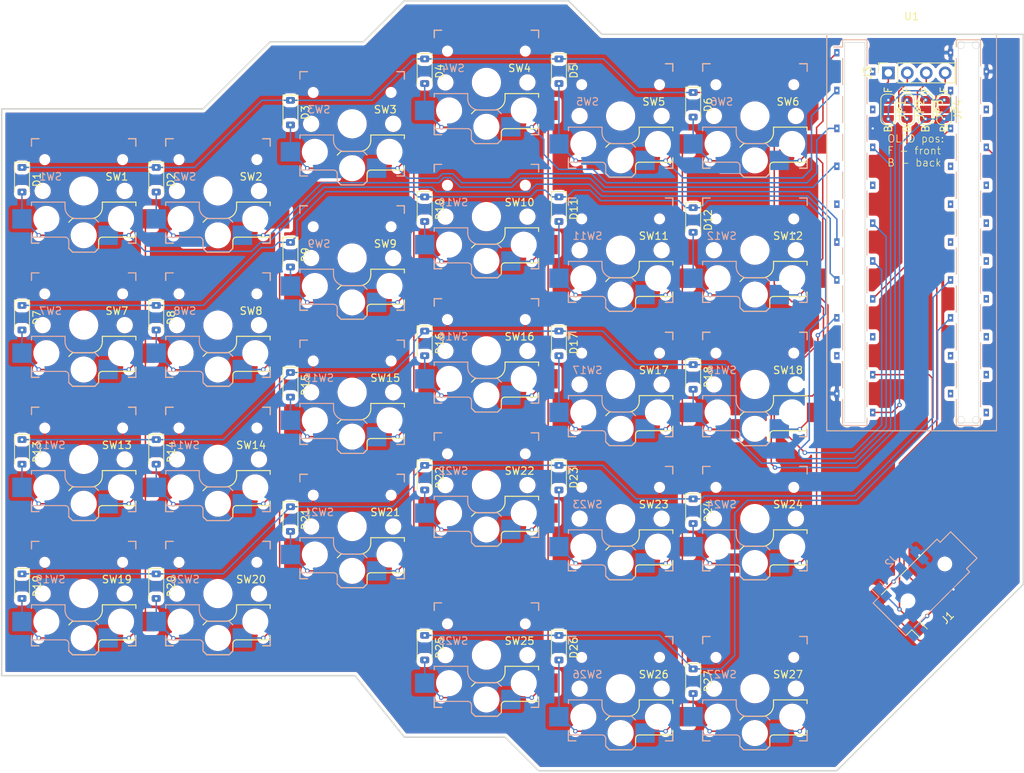
<source format=kicad_pcb>
(kicad_pcb (version 20240108) (generator "pcbnew") (generator_version "8.0")
  (layers (0 "F.Cu" signal) (31 "B.Cu" signal) (34 "B.Paste" user) (35 "F.Paste" user) (36 "B.SilkS" user "B.Silkscreen") (37 "F.SilkS" user "F.Silkscreen") (38 "B.Mask" user) (39 "F.Mask" user) (44 "Edge.Cuts" user))
  (net 0 "")
  (net 1 "Net-(D1-A)")
  (net 2 "/ROW0")
  (net 3 "Net-(D2-A)")
  (net 4 "Net-(D3-A)")
  (net 5 "Net-(D4-A)")
  (net 6 "Net-(D5-A)")
  (net 7 "Net-(D6-A)")
  (net 8 "/ROW1")
  (net 9 "Net-(D7-A)")
  (net 10 "Net-(D8-A)")
  (net 11 "Net-(D9-A)")
  (net 12 "Net-(D10-A)")
  (net 13 "Net-(D11-A)")
  (net 14 "Net-(D12-A)")
  (net 15 "/ROW2")
  (net 16 "Net-(D13-A)")
  (net 17 "Net-(D14-A)")
  (net 18 "Net-(D15-A)")
  (net 19 "Net-(D16-A)")
  (net 20 "Net-(D17-A)")
  (net 21 "Net-(D18-A)")
  (net 22 "Net-(D19-A)")
  (net 23 "/ROW3")
  (net 24 "Net-(D20-A)")
  (net 25 "Net-(D21-A)")
  (net 26 "Net-(D22-A)")
  (net 27 "Net-(D23-A)")
  (net 28 "Net-(D24-A)")
  (net 29 "Net-(D25-A)")
  (net 30 "Net-(D26-A)")
  (net 31 "Net-(D27-A)")
  (net 32 "/COL0")
  (net 33 "/COL1")
  (net 34 "/COL2")
  (net 35 "/COL3")
  (net 36 "/COL4")
  (net 37 "/COL5")
  (net 38 "GND")
  (net 39 "+5V")
  (net 40 "+3.3V")
  (net 41 "/ROW4")
  (net 42 "/TX")
  (net 43 "/RX")
  (net 44 "/OLED_P2")
  (net 45 "/OLED_P4")
  (net 46 "/OLED_P3")
  (net 47 "/OLED_P1")
  (net 48 "/OLED_SDA")
  (net 49 "/OLED_SCL")
  (footprint "cobalt-kb:D_SOD-123_Reversible" (layer "F.Cu") (at 32.225 48 -90)
    (property "Reference" "D1")
    (property "Value" "D")
  )
  (footprint "cobalt-kb:Kailh_Socket_PG1350_Reversible" (layer "F.Cu") (at 94.5 52.95)
    (property "Reference" "SW10")
    (property "Value" "SW_Push")
  )
  (footprint "cobalt-kb:D_SOD-123_Reversible" (layer "F.Cu") (at 104.225 51.95 -90)
    (property "Reference" "D11")
    (property "Value" "D")
  )
  (footprint "cobalt-kb:Kailh_Socket_PG1350_Reversible" (layer "F.Cu") (at 112.5 39.45)
    (property "Reference" "SW5")
    (property "Value" "SW_Push")
  )
  (footprint "cobalt-kb:D_SOD-123_Reversible" (layer "F.Cu") (at 86.225 110.75 -90)
    (property "Reference" "D25")
    (property "Value" "D")
  )
  (footprint "cobalt-kb:Kailh_Socket_PG1350_Reversible" (layer "F.Cu") (at 40.5 103.5)
    (property "Reference" "SW19")
    (property "Value" "SW_Push")
  )
  (footprint "cobalt-kb:Kailh_Socket_PG1350_Reversible" (layer "F.Cu") (at 130.5 57.45)
    (property "Reference" "SW12")
    (property "Value" "SW_Push")
  )
  (footprint "cobalt-kb:Kailh_Socket_PG1350_Reversible" (layer "F.Cu") (at 76.5 76.5)
    (property "Reference" "SW15")
    (property "Value" "SW_Push")
  )
  (footprint "cobalt-kb:D_SOD-123_Reversible" (layer "F.Cu") (at 122.225 53.4 -90)
    (property "Reference" "D12")
    (property "Value" "D")
  )
  (footprint "cobalt-kb:Kailh_Socket_PG1350_Reversible" (layer "F.Cu") (at 112.5 75.45)
    (property "Reference" "SW17")
    (property "Value" "SW_Push")
  )
  (footprint "cobalt-kb:Kailh_Socket_PG1350_Reversible" (layer "F.Cu") (at 130.5 39.45)
    (property "Reference" "SW6")
    (property "Value" "SW_Push")
  )
  (footprint "cobalt-kb:D_SOD-123_Reversible" (layer "F.Cu") (at 122.225 37.95 -90)
    (property "Reference" "D6")
    (property "Value" "D")
  )
  (footprint "cobalt-kb:Kailh_Socket_PG1350_Reversible" (layer "F.Cu") (at 112.5 93.45)
    (property "Reference" "SW23")
    (property "Value" "SW_Push")
  )
  (footprint "cobalt-kb:D_SOD-123_Reversible" (layer "F.Cu") (at 104.225 110.75 -90)
    (property "Reference" "D26")
    (property "Value" "D")
  )
  (footprint "cobalt-kb:Kailh_Socket_PG1350_Reversible" (layer "F.Cu") (at 76.5 58.5)
    (property "Reference" "SW9")
    (property "Value" "SW_Push")
  )
  (footprint "cobalt-kb:Kailh_Socket_PG1350_Reversible" (layer "F.Cu") (at 94.5 88.95)
    (property "Reference" "SW22")
    (property "Value" "SW_Push")
  )
  (footprint "cobalt-kb:D_SOD-123_Reversible" (layer "F.Cu") (at 122.225 74.45 -90)
    (property "Reference" "D18")
    (property "Value" "D")
  )
  (footprint "cobalt-kb:Kailh_Socket_PG1350_Reversible" (layer "F.Cu") (at 112.5 116.25)
    (property "Reference" "SW26")
    (property "Value" "SW_Push")
  )
  (footprint "cobalt-kb:D_SOD-123_Reversible" (layer "F.Cu") (at 68.225 58.05 -90)
    (property "Reference" "D9")
    (property "Value" "D")
  )
  (footprint "cobalt-kb:Kailh_Socket_PG1350_Reversible" (layer "F.Cu") (at 76.5 94.5)
    (property "Reference" "SW21")
    (property "Value" "SW_Push")
  )
  (footprint "cobalt-kb:D_SOD-123_Reversible" (layer "F.Cu") (at 86.225 33.45 -90)
    (property "Reference" "D4")
    (property "Value" "D")
  )
  (footprint "cobalt-kb:D_SOD-123_Reversible" (layer "F.Cu") (at 86.225 69.95 -90)
    (property "Reference" "D16")
    (property "Value" "D")
  )
  (footprint "cobalt-kb:D_SOD-123_Reversible" (layer "F.Cu") (at 122.225 115.25 -90)
    (property "Reference" "D27")
    (property "Value" "D")
  )
  (footprint "cobalt-kb:D_SOD-123_Reversible" (layer "F.Cu") (at 104.225 69.95 -90)
    (property "Reference" "D17")
    (property "Value" "D")
  )
  (footprint "cobalt-kb:Kailh_Socket_PG1350_Reversible" (layer "F.Cu") (at 58.5 49.5)
    (property "Reference" "SW2")
    (property "Value" "SW_Push")
  )
  (footprint "cobalt-kb:D_SOD-123_Reversible" (layer "F.Cu") (at 86.225 51.95 -90)
    (property "Reference" "D10")
    (property "Value" "D")
  )
  (footprint "cobalt-kb:D_SOD-123_Reversible" (layer "F.Cu") (at 104.225 87.95 -90)
    (property "Reference" "D23")
    (property "Value" "D")
  )
  (footprint "cobalt-kb:D_SOD-123_Reversible" (layer "F.Cu") (at 104.225 33.45 -90)
    (property "Reference" "D5")
    (property "Value" "D")
  )
  (footprint "cobalt-kb:SolderJumper-3_P1.3mm_Open_RoundedPad1.0x1.5mm_FrontBack" (layer "F.Cu") (at 150.89 38.575 -90)
    (property "Reference" "JP2")
    (property "Value" "SolderJumper_3_Open")
  )
  (footprint "cobalt-kb:D_SOD-123_Reversible" (layer "F.Cu") (at 122.225 92.45 -90)
    (property "Reference" "D24")
    (property "Value" "D")
  )
  (footprint "cobalt-kb:Kailh_Socket_PG1350_Reversible" (layer "F.Cu") (at 58.5 103.5)
    (property "Reference" "SW20")
    (property "Value" "SW_Push")
  )
  (footprint "cobalt-kb:SolderJumper-3_P1.3mm_Open_RoundedPad1.0x1.5mm_FrontBack" (layer "F.Cu") (at 155.89 38.575 -90)
    (property "Reference" "JP4")
    (property "Value" "SolderJumper_3_Open")
  )
  (footprint "cobalt-kb:Kailh_Socket_PG1350_Reversible" (layer "F.Cu") (at 112.5 57.45)
    (property "Reference" "SW11")
    (property "Value" "SW_Push")
  )
  (footprint "cobalt-kb:SolderJumper-3_P1.3mm_Open_RoundedPad1.0x1.5mm_FrontBack" (layer "F.Cu") (at 148.39 38.575 -90)
    (property "Reference" "JP1")
    (property "Value" "SolderJumper_3_Open")
  )
  (footprint "cobalt-kb:Kailh_Socket_PG1350_Reversible" (layer "F.Cu") (at 76.5 40.5)
    (property "Reference" "SW3")
    (property "Value" "SW_Push")
  )
  (footprint "Connector_PinSocket_2.54mm:PinSocket_1x04_P2.54mm_Vertical" (layer "F.Cu") (at 148.4 33.675 90)
    (property "Reference" "J3")
    (property "Value" "Conn_01x04_Socket")
  )
  (footprint "cobalt-kb:D_SOD-123_Reversible" (layer "F.Cu") (at 50.225 102.5 -90)
    (property "Reference" "D20")
    (property "Value" "D")
  )
  (footprint "cobalt-kb:Kailh_Socket_PG1350_Reversible" (layer "F.Cu") (at 94.5 34.95)
    (property "Reference" "SW4")
    (property "Value" "SW_Push")
  )
  (footprint "cobalt-kb:Kailh_Socket_PG1350_Reversible" (layer "F.Cu") (at 58.5 67.5)
    (property "Reference" "SW8")
    (property "Value" "SW_Push")
  )
  (footprint "cobalt-kb:D_SOD-123_Reversible" (layer "F.Cu") (at 68.225 75.5 -90)
    (property "Reference" "D15")
    (property "Value" "D")
  )
  (footprint "cobalt-kb:D_SOD-123_Reversible" (layer "F.Cu") (at 32.225 66.5 -90)
    (property "Reference" "D7")
    (property "Value" "D")
  )
  (footprint "cobalt-kb:D_SOD-123_Reversible" (layer "F.Cu") (at 68.225 93.5 -90)
    (property "Reference" "D21")
    (property "Value" "D")
  )
  (footprint "cobalt-kb:SolderJumper-3_P1.3mm_Open_RoundedPad1.0x1.5mm_FrontBack" (layer "F.Cu") (at 153.39 38.575 -90)
    (property "Reference" "JP3")
    (property "Value" "SolderJumper_3_Open")
  )
  (footprint "cobalt-kb:Kailh_Socket_PG1350_Reversible" (layer "F.Cu") (at 40.5 49.5)
    (property "Reference" "SW1")
    (property "Value" "SW_Push")
  )
  (footprint "cobalt-kb:Kailh_Socket_PG1350_Reversible" (layer "F.Cu") (at 130.5 75.45)
    (property "Reference" "SW18")
    (property "Value" "SW_Push")
  )
  (footprint "cobalt-kb:Kailh_Socket_PG1350_Reversible" (layer "F.Cu") (at 58.5 85.5)
    (property "Reference" "SW14")
    (property "Value" "SW_Push")
  )
  (footprint "cobalt-kb:D_SOD-123_Reversible" (layer "F.Cu") (at 32.225 84.5 -90)
    (property "Reference" "D13")
    (property "Value" "D")
  )
  (footprint "cobalt-kb:D_SOD-123_Reversible" (layer "F.Cu") (at 50.225 48 -90)
    (property "Reference" "D2")
    (property "Value" "D")
  )
  (footprint "cobalt-kb:Kailh_Socket_PG1350_Reversible" (layer "F.Cu") (at 94.5 70.95)
    (property "Reference" "SW16")
    (property "Value" "SW_Push")
  )
  (footprint "Connector_Audio:Jack_3.5mm_PJ320D_Horizontal" (layer "F.Cu") (at 152.6 102.9 -135)
    (property "Reference" "J1")
    (property "Value" "AudioJack4_Top")
  )
  (footprint "cobalt-kb:D_SOD-123_Reversible" (layer "F.Cu") (at 86.225 87.95 -90)
    (property "Reference" "D22")
    (property "Value" "D")
  )
  (footprint "cobalt-kb:D_SOD-123_Reversible" (layer "F.Cu") (at 32.225 102.5 -90)
    (property "Reference" "D19")
    (property "Value" "D")
  )
  (footprint "cobalt-kb:Kailh_Socket_PG1350_Reversible" (layer "F.Cu") (at 130.5 93.45)
    (property "Reference" "SW24")
    (property "Value" "SW_Push")
  )
  (footprint "cobalt-kb:D_SOD-123_Reversible" (layer "F.Cu") (at 50.225 84.5 -90)
    (property "Reference" "D14")
    (property "Value" "D")
  )
  (footprint "cobalt-kb:Kailh_Socket_PG1350_Reversible" (layer "F.Cu") (at 40.5 85.5)
    (property "Reference" "SW13")
    (property "Value" "SW_Push")
  )
  (footprint "cobalt-kb:BluePill_Socket_Simplified" (layer "F.Cu") (at 151.52 55.09)
    (property "Reference" "U1")
    (property "Value" "BluePill" (hide yes))
    (fp_line (start -8.99 -25.5) (end -6.25 -25.5) (stroke (width 0.05)) (layer "Edge.Cuts"))
    (fp_line (start -8.99 -25.5) (end -6.25 -25.5) (stroke (width 0.05)) (layer "Edge.Cuts"))
    (fp_line (start -8.99 25.5) (end -8.99 -25.5) (stroke (width 0.05)) (layer "Edge.Cuts"))
    (fp_line (start -8.99 25.5) (end -8.99 -25.5) (stroke (width 0.05)) (layer "Edge.Cuts"))
    (fp_line (start -6.25 -25.5) (end -6.25 25.5) (stroke (width 0.05)) (layer "Edge.Cuts"))
    (fp_line (start -6.25 -25.5) (end -6.25 25.5) (stroke (width 0.05)) (layer "Edge.Cuts"))
    (fp_line (start -6.25 25.5) (end -8.99 25.5) (stroke (width 0.05)) (layer "Edge.Cuts"))
    (fp_line (start -6.25 25.5) (end -8.99 25.5) (stroke (width 0.05)) (layer "Edge.Cuts"))
    (fp_line (start 6.25 -25.5) (end 8.99 -25.5) (stroke (width 0.05)) (layer "Edge.Cuts"))
    (fp_line (start 6.25 -25.5) (end 8.99 -25.5) (stroke (width 0.05)) (layer "Edge.Cuts"))
    (fp_line (start 6.25 25.5) (end 6.25 -25.5) (stroke (width 0.05)) (layer "Edge.Cuts"))
    (fp_line (start 6.25 25.5) (end 6.25 -25.5) (stroke (width 0.05)) (layer "Edge.Cuts"))
    (fp_line (start 8.99 -25.5) (end 8.99 25.5) (stroke (width 0.05)) (layer "Edge.Cuts"))
    (fp_line (start 8.99 -25.5) (end 8.99 25.5) (stroke (width 0.05)) (layer "Edge.Cuts"))
    (fp_line (start 8.99 25.5) (end 6.25 25.5) (stroke (width 0.05)) (layer "Edge.Cuts"))
    (fp_line (start 8.99 25.5) (end 6.25 25.5) (stroke (width 0.05)) (layer "Edge.Cuts"))
    (fp_circle (center 6.603553 -25.146447) (end 7.103553 -25.146447) (stroke (width 0.05)) (fill none) (layer "Edge.Cuts"))
    (fp_circle (center 6.603553 25.146447) (end 7.103553 25.146447) (stroke (width 0.05)) (fill none) (layer "Edge.Cuts"))
    (fp_circle (center 8.636447 -25.146447) (end 9.136447 -25.146447) (stroke (width 0.05)) (fill none) (layer "Edge.Cuts"))
    (fp_circle (center 8.636447 25.146447) (end 9.136447 25.146447) (stroke (width 0.05)) (fill none) (layer "Edge.Cuts"))
  )
  (footprint "cobalt-kb:Kailh_Socket_PG1350_Reversible" (layer "F.Cu") (at 40.5 67.5)
    (property "Reference" "SW7")
    (property "Value" "SW_Push")
  )
  (footprint "cobalt-kb:Kailh_Socket_PG1350_Reversible" (layer "F.Cu") (at 130.5 116.25)
    (property "Reference" "SW27")
    (property "Value" "SW_Push")
  )
  (footprint "cobalt-kb:D_SOD-123_Reversible" (layer "F.Cu") (at 50.225 66.5 -90)
    (property "Reference" "D8")
    (property "Value" "D")
  )
  (footprint "cobalt-kb:D_SOD-123_Reversible" (layer "F.Cu") (at 68.225 39 -90)
    (property "Reference" "D3")
    (property "Value" "D")
  )
  (footprint "cobalt-kb:Kailh_Socket_PG1350_Reversible" (layer "F.Cu") (at 94.5 111.75)
    (property "Reference" "SW25")
    (property "Value" "SW_Push")
  )
  (footprint "Connector_Audio:Jack_3.5mm_PJ320D_Horizontal" (layer "B.Cu") (at 152.6 102.9 -135)
    (property "Reference" "J2")
    (property "Value" "AudioJack4_Bot")
  )
  (gr_poly (pts (xy 29.5 114.5) (xy 29.5 38.5) (xy 56.5 38.5) (xy 65.5 29.5) (xy 78 29.5) (xy 83.5 24) (xy 105.5 24) (xy 110 28.5) (xy 166.5 28.5) (xy 166.5 102.25) (xy 141.5 127.25) (xy 101.5 127.25) (xy 97 122.75) (xy 83.5 122.75) (xy 76.88 114.5)) (stroke (width 0.2)) (fill none) (layer "Edge.Cuts"))
  (gr_text "OLED pos:\nF - front\nB - back" (at 148.2 46.3 0) (layer "F.SilkS") (effects (font (size 1 1) (thickness 0.1)) (justify left bottom)))
  (segment (start 37.225 55.45) (end 34.48 55.45) (width 0.2) (layer "F.Cu") (net 1))
  (via (at 34.48 55.45) (size 0.6) (drill 0.35) (layers "F.Cu" "B.Cu") (net 1))
  (segment (start 32.28 53.25) (end 34.48 55.45) (width 0.2) (layer "B.Cu") (net 1))
  (segment (start 32.225 52.75) (end 32.225 49.65) (width 0.2) (layer "B.Cu") (net 1))
  (segment (start 135.45 64.35) (end 138.85 64.35) (width 0.2) (layer "F.Cu") (net 2))
  (segment (start 122.225 36.3) (end 131.4 36.3) (width 0.2) (layer "F.Cu") (net 2))
  (segment (start 131.4 36.3) (end 133.1 38) (width 0.2) (layer "F.Cu") (net 2))
  (segment (start 133.1 62) (end 135.45 64.35) (width 0.2) (layer "F.Cu") (net 2))
  (segment (start 134.3 77) (end 133.1 78.2) (width 0.2) (layer "F.Cu") (net 2))
  (segment (start 133.1 78.2) (end 133.1 80.5) (width 0.2) (layer "F.Cu") (net 2))
  (segment (start 133.1 38) (end 133.1 62) (width 0.2) (layer "F.Cu") (net 2))
  (segment (start 139.7 65.2) (end 139.7 75.5) (width 0.2) (layer "F.Cu") (net 2))
  (segment (start 133.1 80.5) (end 137.2 84.6) (width 0.2) (layer "F.Cu") (net 2))
  (segment (start 138.85 64.35) (end 139.7 65.2) (width 0.2) (layer "F.Cu") (net 2))
  (segment (start 138.2 77) (end 134.3 77) (width 0.2) (layer "F.Cu") (net 2))
  (segment (start 139.7 75.5) (end 138.2 77) (width 0.2) (layer "F.Cu") (net 2))
  (via (at 137.2 84.6) (size 0.6) (drill 0.35) (layers "F.Cu" "B.Cu") (net 2))
  (segment (start 110.205 31.8) (end 114.705 36.3) (width 0.2) (layer "B.Cu") (net 2))
  (segment (start 137.2 84.6) (end 143.8 84.6) (width 0.2) (layer "B.Cu") (net 2))
  (segment (start 68.225 37.35) (end 79.18 37.35) (width 0.2) (layer "B.Cu") (net 2))
  (segment (start 84.73 31.8) (end 86.225 31.8) (width 0.2) (layer "B.Cu") (net 2))
  (segment (start 55.4 46.35) (end 64.4 37.35) (width 0.2) (layer "B.Cu") (net 2))
  (segment (start 147.5 60.1) (end 146.3 58.9) (width 0.2) (layer "B.Cu") (net 2))
  (segment (start 143.8 84.6) (end 147.5 80.9) (width 0.2) (layer "B.Cu") (net 2))
  (segment (start 147.5 80.9) (end 147.5 60.1) (width 0.2) (layer "B.Cu") (net 2))
  (segment (start 32.225 46.35) (end 50.225 46.35) (width 0.2) (layer "B.Cu") (net 2))
  (segment (start 50.225 46.35) (end 55.4 46.35) (width 0.2) (layer "B.Cu") (net 2))
  (segment (start 86.225 31.8) (end 104.225 31.8) (width 0.2) (layer "B.Cu") (net 2))
  (segment (start 114.705 36.3) (end 122.225 36.3) (width 0.2) (layer "B.Cu") (net 2))
  (segment (start 79.18 37.35) (end 84.73 31.8) (width 0.2) (layer "B.Cu") (net 2))
  (segment (start 64.4 37.35) (end 68.225 37.35) (width 0.2) (layer "B.Cu") (net 2))
  (segment (start 104.225 31.8) (end 110.205 31.8) (width 0.2) (layer "B.Cu") (net 2))
  (segment (start 55.275 55.5) (end 52.53 55.5) (width 0.2) (layer "F.Cu") (net 3))
  (via (at 52.53 55.5) (size 0.6) (drill 0.35) (layers "F.Cu" "B.Cu") (net 3))
  (segment (start 50.33 53.3) (end 52.53 55.5) (width 0.2) (layer "B.Cu") (net 3))
  (segment (start 50.225 53.25) (end 50.225 50.15) (width 0.2) (layer "B.Cu") (net 3))
  (segment (start 73.225 46.45) (end 70.48 46.45) (width 0.2) (layer "F.Cu") (net 4))
  (via (at 70.48 46.45) (size 0.6) (drill 0.35) (layers "F.Cu" "B.Cu") (net 4))
  (segment (start 68.28 44.25) (end 70.48 46.45) (width 0.2) (layer "B.Cu") (net 4))
  (segment (start 68.225 44.25) (end 68.225 41.15) (width 0.2) (layer "B.Cu") (net 4))
  (segment (start 91.225 40.95) (end 88.48 40.95) (width 0.2) (layer "F.Cu") (net 5))
  (via (at 88.48 40.95) (size 0.6) (drill 0.35) (layers "F.Cu" "B.Cu") (net 5))
  (segment (start 86.225 38.7) (end 86.225 35.6) (width 0.2) (layer "B.Cu") (net 5))
  (segment (start 86.28 38.75) (end 88.48 40.95) (width 0.2) (layer "B.Cu") (net 5))
  (segment (start 109.225 45.45) (end 106.48 45.45) (width 0.2) (layer "F.Cu") (net 6))
  (via (at 106.48 45.45) (size 0.6) (drill 0.35) (layers "F.Cu" "B.Cu") (net 6))
  (segment (start 104.225 43.2) (end 104.225 35.6) (width 0.2) (layer "B.Cu") (net 6))
  (segment (start 104.28 43.25) (end 106.48 45.45) (width 0.2) (layer "B.Cu") (net 6))
  (segment (start 127.225 45.45) (end 124.48 45.45) (width 0.2) (layer "F.Cu") (net 7))
  (via (at 124.48 45.45) (size 0.6) (drill 0.35) (layers "F.Cu" "B.Cu") (net 7))
  (segment (start 122.225 43.2) (end 122.225 40.1) (width 0.2) (layer "B.Cu") (net 7))
  (segment (start 122.28 43.25) (end 124.48 45.45) (width 0.2) (layer "B.Cu") (net 7))
  (segment (start 108.4 49.4) (end 106.2 49.4) (width 0.2) (layer "B.Cu") (net 8))
  (segment (start 73 49.6) (end 69.1 53.5) (width 0.2) (layer "B.Cu") (net 8))
  (segment (start 136.4 84.3) (end 137.8 82.9) (width 0.2) (layer "B.Cu") (net 8))
  (segment (start 69.1 55.525) (end 69.1 53.5) (width 0.2) (layer "B.Cu") (net 8))
  (segment (start 105.3 50.3) (end 104.225 50.3) (width 0.2) (layer "B.Cu") (net 8))
  (segment (start 136.4 84.9) (end 136.4 84.3) (width 0.2) (layer "B.Cu") (net 8))
  (segment (start 146.3 53.82) (end 148.1 55.62) (width 0.2) (layer "B.Cu") (net 8))
  (segment (start 56.55 64.85) (end 50.225 64.85) (width 0.2) (layer "B.Cu") (net 8))
  (segment (start 124.2 50.8) (end 123.25 51.75) (width 0.2) (layer "B.Cu") (net 8))
  (segment (start 64.3 57.1) (end 56.55 64.85) (width 0.2) (layer "B.Cu") (net 8))
  (segment (start 68.225 56.4) (end 66.6 56.4) (width 0.2) (layer "B.Cu") (net 8))
  (segment (start 86.225 50.3) (end 85.3 50.3) (width 0.2) (layer "B.Cu") (net 8))
  (segment (start 106.2 49.4) (end 105.3 50.3) (width 0.2) (layer "B.Cu") (net 8))
  (segment (start 120.55 51.05) (end 121.25 51.75) (width 0.2) (layer "B.Cu") (net 8))
  (segment (start 120.55 51.05) (end 120.3 50.8) (width 0.2) (layer "B.Cu") (net 8))
  (segment (start 101.3 49.4) (end 102.4 49.4) (width 0.2) (layer "B.Cu") (net 8))
  (segment (start 109.8 50.8) (end 108.4 49.4) (width 0.2) (layer "B.Cu") (net 8))
  (segment (start 86.225 50.3) (end 100.4 50.3) (width 0.2) (layer "B.Cu") (net 8))
  (segment (start 102.4 49.4) (end 103.3 50.3) (width 0.2) (layer "B.Cu") (net 8))
  (segment (start 148.1 55.62) (end 148.1 81.1) (width 0.2) (layer "B.Cu") (net 8))
  (segment (start 103.3 50.3) (end 104.225 50.3) (width 0.2) (layer "B.Cu") (net 8))
  (segment (start 85.3 50.3) (end 84.6 49.6) (width 0.2) (layer "B.Cu") (net 8))
  (segment (start 68.225 56.4) (end 69.1 55.525) (width 0.2) (layer "B.Cu") (net 8))
  (segment (start 143.8 85.4) (end 136.9 85.4) (width 0.2) (layer "B.Cu") (net 8))
  (segment (start 136.9 85.4) (end 136.4 84.9) (width 0.2) (layer "B.Cu") (net 8))
  (segment (start 65.9 57.1) (end 64.3 57.1) (width 0.2) (layer "B.Cu") (net 8))
  (segment (start 137.4 50.8) (end 124.2 50.8) (width 0.2) (layer "B.Cu") (net 8))
  (segment (start 137.8 68.2) (end 140 66) (width 0.2) (layer "B.Cu") (net 8))
  (segment (start 120.3 50.8) (end 109.8 50.8) (width 0.2) (layer "B.Cu") (net 8))
  (segment (start 140 53.4) (end 137.4 50.8) (width 0.2) (layer "B.Cu") (net 8))
  (segment (start 137.8 82.9) (end 137.8 68.2) (width 0.2) (layer "B.Cu") (net 8))
  (segment (start 100.4 50.3) (end 101.3 49.4) (width 0.2) (layer "B.Cu") (net 8))
  (segment (start 123.25 51.75) (end 122.225 51.75) (width 0.2) (layer "B.Cu") (net 8))
  (segment (start 148.1 81.1) (end 143.8 85.4) (width 0.2) (layer "B.Cu") (net 8))
  (segment (start 140 66) (end 140 53.4) (width 0.2) (layer "B.Cu") (net 8))
  (segment (start 121.25 51.75) (end 122.225 51.75) (width 0.2) (layer "B.Cu") (net 8))
  (segment (start 32.225 64.85) (end 50.225 64.85) (width 0.2) (layer "B.Cu") (net 8))
  (segment (start 66.6 56.4) (end 65.9 57.1) (width 0.2) (layer "B.Cu") (net 8))
  (segment (start 84.6 49.6) (end 73 49.6) (width 0.2) (layer "B.Cu") (net 8))
  (segment (start 37.225 73.45) (end 34.48 73.45) (width 0.2) (layer "F.Cu") (net 9))
  (via (at 34.48 73.45) (size 0.6) (drill 0.35) (layers "F.Cu" "B.Cu") (net 9))
  (segment (start 32.28 71.25) (end 34.48 73.45) (width 0.2) (layer "B.Cu") (net 9))
  (segment (start 32.225 71.25) (end 32.225 68.15) (width 0.2) (layer "B.Cu") (net 9))
  (segment (start 55.275 73.5) (end 52.53 73.5) (width 0.2) (layer "F.Cu") (net 10))
  (via (at 52.53 73.5) (size 0.6) (drill 0.35) (layers "F.Cu" "B.Cu") (net 10))
  (segment (start 50.225 71.25) (end 50.225 68.15) (width 0.2) (layer "B.Cu") (net 10))
  (segment (start 50.33 71.3) (end 52.53 73.5) (width 0.2) (layer "B.Cu") (net 10))
  (segment (start 73.225 64.45) (end 70.48 64.45) (width 0.2) (layer "F.Cu") (net 11))
  (via (at 70.48 64.45) (size 0.6) (drill 0.35) (layers "F.Cu" "B.Cu") (net 11))
  (segment (start 68.28 62.25) (end 70.48 64.45) (width 0.2) (layer "B.Cu") (net 11))
  (segment (start 68.225 62.25) (end 68.225 59.7) (width 0.2) (layer "B.Cu") (net 11))
  (segment (start 91.225 58.95) (end 88.48 58.95) (width 0.2) (layer "F.Cu") (net 12))
  (via (at 88.48 58.95) (size 0.6) (drill 0.35) (layers "F.Cu" "B.Cu") (net 12))
  (segment (start 86.28 56.75) (end 88.48 58.95) (width 0.2) (layer "B.Cu") (net 12))
  (segment (start 86.225 56.7) (end 86.225 53.6) (width 0.2) (layer "B.Cu") (net 12))
  (segment (start 109.225 63.45) (end 106.48 63.45) (width 0.2) (layer "F.Cu") (net 13))
  (via (at 106.48 63.45) (size 0.6) (drill 0.35) (layers "F.Cu" "B.Cu") (net 13))
  (segment (start 104.225 61.2) (end 104.225 53.6) (width 0.2) (layer "B.Cu") (net 13))
  (segment (start 104.28 61.25) (end 106.48 63.45) (width 0.2) (layer "B.Cu") (net 13))
  (segment (start 127.225 63.45) (end 124.48 63.45) (width 0.2) (layer "F.Cu") (net 14))
  (via (at 124.48 63.45) (size 0.6) (drill 0.35) (layers "F.Cu" "B.Cu") (net 14))
  (segment (start 122.28 61.25) (end 124.48 63.45) (width 0.2) (layer "B.Cu") (net 14))
  (segment (start 122.225 61.2) (end 122.225 55.05) (width 0.2) (layer "B.Cu") (net 14))
  (segment (start 127.9 74.2) (end 126.5 72.8) (width 0.2) (layer "B.Cu") (net 15))
  (segment (start 32.225 82.85) (end 50.225 82.85) (width 0.2) (layer "B.Cu") (net 15))
  (segment (start 146.3 43.66) (end 148.7 46.06) (width 0.2) (layer "B.Cu") (net 15))
  (segment (start 81.93 73.85) (end 84.8 70.98) (width 0.2) (layer "B.Cu") (net 15))
  (segment (start 50.225 82.85) (end 59.225 82.85) (width 0.2) (layer "B.Cu") (net 15))
  (segment (start 122.225 72.8) (end 114.58 72.8) (width 0.2) (layer "B.Cu") (net 15))
  (segment (start 84.8 70.98) (end 84.8 69.725) (width 0.2) (layer "B.Cu") (net 15))
  (segment (start 68.225 73.85) (end 81.93 73.85) (width 0.2) (layer "B.Cu") (net 15))
  (segment (start 126.5 72.8) (end 122.225 72.8) (width 0.2) (layer "B.Cu") (net 15))
  (segment (start 86.225 68.3) (end 104.225 68.3) (width 0.2) (layer "B.Cu") (net 15))
  (segment (start 144 86) (end 131.4 86) (width 0.2) (layer "B.Cu") (net 15))
  (segment (start 59.225 82.85) (end 68.225 73.85) (width 0.2) (layer "B.Cu") (net 15))
  (segment (start 148.7 81.3) (end 144 86) (width 0.2) (layer "B.Cu") (net 15))
  (segment (start 131.4 86) (end 127.9 82.5) (width 0.2) (layer "B.Cu") (net 15))
  (segment (start 104.225 68.3) (end 110.08 68.3) (width 0.2) (layer "B.Cu") (net 15))
  (segment (start 127.9 82.5) (end 127.9 74.2) (width 0.2) (layer "B.Cu") (net 15))
  (segment (start 110.08 68.3) (end 114.58 72.8) (width 0.2) (layer "B.Cu") (net 15))
  (segment (start 84.8 69.725) (end 86.225 68.3) (width 0.2) (layer "B.Cu") (net 15))
  (segment (start 148.7 46.06) (end 148.7 81.3) (width 0.2) (layer "B.Cu") (net 15))
  (segment (start 37.225 91.45) (end 34.48 91.45) (width 0.2) (layer "F.Cu") (net 16))
  (via (at 34.48 91.45) (size 0.6) (drill 0.35) (layers "F.Cu" "B.Cu") (net 16))
  (segment (start 32.28 89.25) (end 34.48 91.45) (width 0.2) (layer "B.Cu") (net 16))
  (segment (start 32.225 89.25) (end 32.225 86.15) (width 0.2) (layer "B.Cu") (net 16))
  (segment (start 55.275 91.5) (end 52.53 91.5) (width 0.2) (layer "F.Cu") (net 17))
  (via (at 52.53 91.5) (size 0.6) (drill 0.35) (layers "F.Cu" "B.Cu") (net 17))
  (segment (start 50.225 89.25) (end 50.225 86.15) (width 0.2) (layer "B.Cu") (net 17))
  (segment (start 50.33 89.3) (end 52.53 91.5) (width 0.2) (layer "B.Cu") (net 17))
  (segment (start 73.225 82.45) (end 70.48 82.45) (width 0.2) (layer "F.Cu") (net 18))
  (via (at 70.48 82.45) (size 0.6) (drill 0.35) (layers "F.Cu" "B.Cu") (net 18))
  (segment (start 68.225 80.25) (end 68.225 77.15) (width 0.2) (layer "B.Cu") (net 18))
  (segment (start 68.28 80.25) (end 70.48 82.45) (width 0.2) (layer "B.Cu") (net 18))
  (segment (start 91.225 76.95) (end 88.48 76.95) (width 0.2) (layer "F.Cu") (net 19))
  (via (at 88.48 76.95) (size 0.6) (drill 0.35) (layers "F.Cu" "B.Cu") (net 19))
  (segment (start 86.225 74.7) (end 86.225 71.6) (width 0.2) (layer "B.Cu") (net 19))
  (segment (start 86.28 74.75) (end 88.48 76.95) (width 0.2) (layer "B.Cu") (net 19))
  (segment (start 109.225 81.45) (end 106.48 81.45) (width 0.2) (layer "F.Cu") (net 20))
  (via (at 106.48 81.45) (size 0.6) (drill 0.35) (layers "F.Cu" "B.Cu") (net 20))
  (segment (start 104.225 79.2) (end 104.225 71.6) (width 0.2) (layer "B.Cu") (net 20))
  (segment (start 104.28 79.25) (end 106.48 81.45) (width 0.2) (layer "B.Cu") (net 20))
  (segment (start 127.225 81.45) (end 124.48 81.45) (width 0.2) (layer "F.Cu") (net 21))
  (via (at 124.48 81.45) (size 0.6) (drill 0.35) (layers "F.Cu" "B.Cu") (net 21))
  (segment (start 122.225 79.2) (end 122.225 76.1) (width 0.2) (layer "B.Cu") (net 21))
  (segment (start 122.28 79.25) (end 124.48 81.45) (width 0.2) (layer "B.Cu") (net 21))
  (segment (start 37.225 109.45) (end 34.48 109.45) (width 0.2) (layer "F.Cu") (net 22))
  (via (at 34.48 109.45) (size 0.6) (drill 0.35) (layers "F.Cu" "B.Cu") (net 22))
  (segment (start 32.225 107.25) (end 32.225 104.15) (width 0.2) (layer "B.Cu") (net 22))
  (segment (start 32.28 107.25) (end 34.48 109.45) (width 0.2) (layer "B.Cu") (net 22))
  (segment (start 59.225 100.85) (end 68.225 91.85) (width 0.2) (layer "B.Cu") (net 23))
  (segment (start 122.225 90.8) (end 123.3 90.8) (width 0.2) (layer "B.Cu") (net 23))
  (segment (start 154.4 79.85) (end 154.4 63.78) (width 0.2) (layer "B.Cu") (net 23))
  (segment (start 143.85 90.4) (end 154.4 79.85) (width 0.2) (layer "B.Cu") (net 23))
  (segment (start 81.93 91.85) (end 84.79 88.99) (width 0.2) (layer "B.Cu") (net 23))
  (segment (start 122.225 90.8) (end 114.58 90.8) (width 0.2) (layer "B.Cu") (net 23))
  (segment (start 50.225 100.85) (end 59.225 100.85) (width 0.2) (layer "B.Cu") (net 23))
  (segment (start 84.79 87.735) (end 86.225 86.3) (width 0.2) (layer "B.Cu") (net 23))
  (segment (start 123.7 90.4) (end 143.85 90.4) (width 0.2) (layer "B.Cu") (net 23))
  (segment (start 154.4 63.78) (end 156.74 61.44) (width 0.2) (layer "B.Cu") (net 23))
  (segment (start 84.79 88.99) (end 84.79 87.735) (width 0.2) (layer "B.Cu") (net 23))
  (segment (start 104.225 86.3) (end 110.08 86.3) (width 0.2) (layer "B.Cu") (net 23))
  (segment (start 110.08 86.3) (end 114.58 90.8) (width 0.2) (layer "B.Cu") (net 23))
  (segment (start 68.225 91.85) (end 81.93 91.85) (width 0.2) (layer "B.Cu") (net 23))
  (segment (start 86.225 86.3) (end 104.225 86.3) (width 0.2) (layer "B.Cu") (net 23))
  (segment (start 32.225 100.85) (end 50.225 100.85) (width 0.2) (layer "B.Cu") (net 23))
  (segment (start 123.3 90.8) (end 123.7 90.4) (width 0.2) (layer "B.Cu") (net 23))
  (segment (start 55.275 109.5) (end 52.53 109.5) (width 0.2) (layer "F.Cu") (net 24))
  (via (at 52.53 109.5) (size 0.6) (drill 0.35) (layers "F.Cu" "B.Cu") (net 24))
  (segment (start 50.225 107.25) (end 50.225 104.15) (width 0.2) (layer "B.Cu") (net 24))
  (segment (start 50.33 107.3) (end 52.53 109.5) (width 0.2) (layer "B.Cu") (net 24))
  (segment (start 73.225 100.45) (end 70.48 100.45) (width 0.2) (layer "F.Cu") (net 25))
  (via (at 70.48 100.45) (size 0.6) (drill 0.35) (layers "F.Cu" "B.Cu") (net 25))
  (segment (start 68.225 98.25) (end 68.225 95.15) (width 0.2) (layer "B.Cu") (net 25))
  (segment (start 68.28 98.25) (end 70.48 100.45) (width 0.2) (layer "B.Cu") (net 25))
  (segment (start 91.225 94.95) (end 88.48 94.95) (width 0.2) (layer "F.Cu") (net 26))
  (via (at 88.48 94.95) (size 0.6) (drill 0.35) (layers "F.Cu" "B.Cu") (net 26))
  (segment (start 86.28 92.75) (end 88.48 94.95) (width 0.2) (layer "B.Cu") (net 26))
  (segment (start 86.225 92.7) (end 86.225 89.6) (width 0.2) (layer "B.Cu") (net 26))
  (segment (start 109.225 99.45) (end 106.48 99.45) (width 0.2) (layer "F.Cu") (net 27))
  (via (at 106.48 99.45) (size 0.6) (drill 0.35) (layers "F.Cu" "B.Cu") (net 27))
  (segment (start 104.225 97.2) (end 104.225 89.6) (width 0.2) (layer "B.Cu") (net 27))
  (segment (start 104.28 97.25) (end 106.48 99.45) (width 0.2) (layer "B.Cu") (net 27))
  (segment (start 127.225 99.45) (end 124.48 99.45) (width 0.2) (layer "F.Cu") (net 28))
  (via (at 124.48 99.45) (size 0.6) (drill 0.35) (layers "F.Cu" "B.Cu") (net 28))
  (segment (start 122.28 97.25) (end 124.48 99.45) (width 0.2) (layer "B.Cu") (net 28))
  (segment (start 122.225 97.2) (end 122.225 94.1) (width 0.2) (layer "B.Cu") (net 28))
  (segment (start 91.18 117.45) (end 88.435 117.45) (width 0.2) (layer "F.Cu") (net 29))
  (via (at 88.435 117.45) (size 0.6) (drill 0.35) (layers "F.Cu" "B.Cu") (net 29))
  (segment (start 86.225 115.5) (end 86.225 112.4) (width 0.2) (layer "B.Cu") (net 29))
  (segment (start 86.235 115.25) (end 88.435 117.45) (width 0.2) (layer "B.Cu") (net 29))
  (segment (start 109.18 121.95) (end 106.435 121.95) (width 0.2) (layer "F.Cu") (net 30))
  (via (at 106.435 121.95) (size 0.6) (drill 0.35) (layers "F.Cu" "B.Cu") (net 30))
  (segment (start 104.235 119.75) (end 106.435 121.95) (width 0.2) (layer "B.Cu") (net 30))
  (segment (start 104.225 120) (end 104.225 112.4) (width 0.2) (layer "B.Cu") (net 30))
  (segment (start 127.18 121.95) (end 124.435 121.95) (width 0.2) (layer "F.Cu") (net 31))
  (via (at 124.435 121.95) (size 0.6) (drill 0.35) (layers "F.Cu" "B.Cu") (net 31))
  (segment (start 122.235 119.75) (end 124.435 121.95) (width 0.2) (layer "B.Cu") (net 31))
  (segment (start 122.225 120) (end 122.225 116.9) (width 0.2) (layer "B.Cu") (net 31))
  (segment (start 48.7525 53.25) (end 46.5525 55.45) (width 0.2) (layer "F.Cu") (net 32))
  (segment (start 48.775 53.25) (end 48.775 71.25) (width 0.2) (layer "F.Cu") (net 32))
  (segment (start 48.775 71.25) (end 48.775 89.25) (width 0.2) (layer "F.Cu") (net 32))
  (segment (start 48.7525 71.25) (end 46.5525 73.45) (width 0.2) (layer "F.Cu") (net 32))
  (segment (start 48.7525 107.25) (end 46.5525 109.45) (width 0.2) (layer "F.Cu") (net 32))
  (segment (start 48.7525 89.25) (end 46.5525 91.45) (width 0.2) (layer "F.Cu") (net 32))
  (segment (start 48.775 89.25) (end 48.775 107.25) (width 0.2) (layer "F.Cu") (net 32))
  (via (at 46.5525 91.45) (size 0.6) (drill 0.35) (layers "F.Cu" "B.Cu") (net 32))
  (via (at 46.5525 109.45) (size 0.6) (drill 0.35) (layers "F.Cu" "B.Cu") (net 32))
  (via (at 46.5525 55.45) (size 0.6) (drill 0.35) (layers "F.Cu" "B.Cu") (net 32))
  (via (at 46.5525 73.45) (size 0.6) (drill 0.35) (layers "F.Cu" "B.Cu") (net 32))
  (segment (start 87.2 49) (end 72.7 49) (width 0.2) (layer "B.Cu") (net 32))
  (segment (start 64.2 56.4) (end 63 57.6) (width 0.2) (layer "B.Cu") (net 32))
  (segment (start 140.6 60.54) (end 140.6 53.2) (width 0.2) (layer "B.Cu") (net 32))
  (segment (start 108.35 48.6) (end 101.2 48.6) (width 0.2) (layer "B.Cu") (net 32))
  (segment (start 63 57.6) (end 48.7025 57.6) (width 0.2) (layer "B.Cu") (net 32))
  (segment (start 100.2 49.6) (end 87.8 49.6) (width 0.2) (layer "B.Cu") (net 32))
  (segment (start 87.8 49.6) (end 87.2 49) (width 0.2) (layer "B.Cu") (net 32))
  (segment (start 43.8075 73.45) (end 46.5525 73.45) (width 0.2) (layer "B.Cu") (net 32))
  (segment (start 43.8075 109.45) (end 46.5525 109.45) (width 0.2) (layer "B.Cu") (net 32))
  (segment (start 141.5 61.44) (end 140.6 60.54) (width 0.2) (layer "B.Cu") (net 32))
  (segment (start 109.95 50.2) (end 108.35 48.6) (width 0.2) (layer "B.Cu") (net 32))
  (segment (start 137.6 50.2) (end 109.95 50.2) (width 0.2) (layer "B.Cu") (net 32))
  (segment (start 72.7 49) (end 65.3 56.4) (width 0.2) (layer "B.Cu") (net 32))
  (segment (start 43.8075 91.45) (end 46.5525 91.45) (width 0.2) (layer "B.Cu") (net 32))
  (segment (start 140.6 53.2) (end 137.6 50.2) (width 0.2) (layer "B.Cu") (net 32))
  (segment (start 101.2 48.6) (end 100.2 49.6) (width 0.2) (layer "B.Cu") (net 32))
  (segment (start 65.3 56.4) (end 64.2 56.4) (width 0.2) (layer "B.Cu") (net 32))
  (segment (start 43.8075 55.45) (end 46.5525 55.45) (width 0.2) (layer "B.Cu") (net 32))
  (segment (start 48.7025 57.6) (end 46.5525 55.45) (width 0.2) (layer "B.Cu") (net 32))
  (segment (start 66.78 89.25) (end 64.58 91.45) (width 0.2) (layer "F.Cu") (net 33))
  (segment (start 66.78 107.25) (end 64.58 109.45) (width 0.2) (layer "F.Cu") (net 33))
  (segment (start 66.775 89.25) (end 66.775 107.25) (width 0.2) (layer "F.Cu") (net 33))
  (segment (start 66.775 71.25) (end 66.775 89.25) (width 0.2) (layer "F.Cu") (net 33))
  (segment (start 66.78 71.25) (end 64.58 73.45) (width 0.2) (layer "F.Cu") (net 33))
  (segment (start 66.78 53.25) (end 64.58 55.45) (width 0.2) (layer "F.Cu") (net 33))
  (segment (start 66.775 53.25) (end 66.775 71.25) (width 0.2) (layer "F.Cu") (net 33))
  (via (at 64.58 55.45) (size 0.6) (drill 0.35) (layers "F.Cu" "B.Cu") (net 33))
  (via (at 64.58 91.45) (size 0.6) (drill 0.35) (layers "F.Cu" "B.Cu") (net 33))
  (via (at 64.58 73.45) (size 0.6) (drill 0.35) (layers "F.Cu" "B.Cu") (net 33))
  (via (at 64.58 109.45) (size 0.6) (drill 0.35) (layers "F.Cu" "B.Cu") (net 33))
  (segment (start 65.4 55.45) (end 72.45 48.4) (width 0.2) (layer "B.Cu") (net 33))
  (segment (start 141.5 53.3) (end 141.5 56.36) (width 0.2) (layer "B.Cu") (net 33))
  (segment (start 61.835 55.45) (end 64.58 55.45) (width 0.2) (layer "B.Cu") (net 33))
  (segment (start 97.915 49) (end 99.115 47.8) (width 0.2) (layer "B.Cu") (net 33))
  (segment (start 89.715 47.715) (end 91 49) (width 0.2) (layer "B.Cu") (net 33))
  (segment (start 88.8 47.715) (end 89.715 47.715) (width 0.2) (layer "B.Cu") (net 33))
  (segment (start 108.4 47.8) (end 110.2 49.6) (width 0.2) (layer "B.Cu") (net 33))
  (segment (start 61.835 91.45) (end 64.58 91.45) (width 0.2) (layer "B.Cu") (net 33))
  (segment (start 137.8 49.6) (end 141.5 53.3) (width 0.2) (layer "B.Cu") (net 33))
  (segment (start 61.835 109.45) (end 64.58 109.45) (width 0.2) (layer "B.Cu") (net 33))
  (segment (start 64.58 55.45) (end 65.4 55.45) (width 0.2) (layer "B.Cu") (net 33))
  (segment (start 99.115 47.8) (end 108.4 47.8) (width 0.2) (layer "B.Cu") (net 33))
  (segment (start 61.835 73.45) (end 64.58 73.45) (width 0.2) (layer "B.Cu") (net 33))
  (segment (start 110.2 49.6) (end 137.8 49.6) (width 0.2) (layer "B.Cu") (net 33))
  (segment (start 72.45 48.4) (end 88.115 48.4) (width 0.2) (layer "B.Cu") (net 33))
  (segment (start 88.115 48.4) (end 88.8 47.715) (width 0.2) (layer "B.Cu") (net 33))
  (segment (start 91 49) (end 97.915 49) (width 0.2) (layer "B.Cu") (net 33))
  (segment (start 84.775 62.25) (end 84.775 80.25) (width 0.2) (layer "F.Cu") (net 34))
  (segment (start 84.775 44.25) (end 84.775 62.25) (width 0.2) (layer "F.Cu") (net 34))
  (segment (start 84.78 80.25) (end 82.58 82.45) (width 0.2) (layer "F.Cu") (net 34))
  (segment (start 84.78 44.25) (end 82.58 46.45) (width 0.2) (layer "F.Cu") (net 34))
  (segment (start 84.775 80.25) (end 84.775 98.25) (width 0.2) (layer "F.Cu") (net 34))
  (segment (start 84.78 98.25) (end 82.58 100.45) (width 0.2) (layer "F.Cu") (net 34))
  (segment (start 84.78 62.25) (end 82.58 64.45) (width 0.2) (layer "F.Cu") (net 34))
  (via (at 82.58 46.45) (size 0.6) (drill 0.35) (layers "F.Cu" "B.Cu") (net 34))
  (via (at 82.58 100.45) (size 0.6) (drill 0.35) (layers "F.Cu" "B.Cu") (net 34))
  (via (at 82.58 64.45) (size 0.6) (drill 0.35) (layers "F.Cu" "B.Cu") (net 34))
  (via (at 82.58 82.45) (size 0.6) (drill 0.35) (layers "F.Cu" "B.Cu") (net 34))
  (segment (start 79.835 46.45) (end 82.58 46.45) (width 0.2) (layer "B.Cu") (net 34))
  (segment (start 79.835 100.45) (end 82.58 100.45) (width 0.2) (layer "B.Cu") (net 34))
  (segment (start 79.835 64.45) (end 82.58 64.45) (width 0.2) (layer "B.Cu") (net 34))
  (segment (start 138.4 49) (end 138.3 49) (width 0.2) (layer "B.Cu") (net 34))
  (segment (start 110.3875 49) (end 108.5875 47.2) (width 0.2) (layer "B.Cu") (net 34))
  (segment (start 88.6 47.2) (end 88 47.8) (width 0.2) (layer "B.Cu") (net 34))
  (segment (start 138.3 49) (end 141.1 46.2) (width 0.2) (layer "B.Cu") (net 34))
  (segment (start 79.835 82.45) (end 82.58 82.45) (width 0.2) (layer "B.Cu") (net 34))
  (segment (start 108.5875 47.2) (end 99 47.2) (width 0.2) (layer "B.Cu") (net 34))
  (segment (start 90 47.2) (end 88.6 47.2) (width 0.2) (layer "B.Cu") (net 34))
  (segment (start 97.8 48.4) (end 91.2 48.4) (width 0.2) (layer "B.Cu") (net 34))
  (segment (start 99 47.2) (end 97.8 48.4) (width 0.2) (layer "B.Cu") (net 34))
  (segment (start 138.3 49) (end 110.3875 49) (width 0.2) (layer "B.Cu") (net 34))
  (segment (start 141.1 46.2) (end 141.5 46.2) (width 0.2) (layer "B.Cu") (net 34))
  (segment (start 83.93 47.8) (end 82.58 46.45) (width 0.2) (layer "B.Cu") (net 34))
  (segment (start 91.2 48.4) (end 90 47.2) (width 0.2) (layer "B.Cu") (net 34))
  (segment (start 88 47.8) (end 83.93 47.8) (width 0.2) (layer "B.Cu") (net 34))
  (segment (start 102.78 56.75) (end 100.58 58.95) (width 0.2) (layer "F.Cu") (net 35))
  (segment (start 102.78 38.75) (end 100.58 40.95) (width 0.2) (layer "F.Cu") (net 35))
  (segment (start 102.775 74.7) (end 102.775 92.7) (width 0.2) (layer "F.Cu") (net 35))
  (segment (start 102.775 38.7) (end 102.775 56.7) (width 0.2) (layer "F.Cu") (net 35))
  (segment (start 102.775 92.7) (end 102.775 115.5) (width 0.2) (layer "F.Cu") (net 35))
  (segment (start 102.78 92.75) (end 100.58 94.95) (width 0.2) (layer "F.Cu") (net 35))
  (segment (start 102.775 56.7) (end 102.775 74.7) (width 0.2) (layer "F.Cu") (net 35))
  (segment (start 102.78 74.75) (end 100.58 76.95) (width 0.2) (layer "F.Cu") (net 35))
  (segment (start 102.78 115.25) (end 100.58 117.45) (width 0.2) (layer "F.Cu") (net 35))
  (via (at 100.58 58.95) (size 0.6) (drill 0.35) (layers "F.Cu" "B.Cu") (net 35))
  (via (at 100.58 76.95) (size 0.6) (drill 0.35) (layers "F.Cu" "B.Cu") (net 35))
  (via (at 100.58 117.45) (size 0.6) (drill 0.35) (layers "F.Cu" "B.Cu") (net 35))
  (via (at 100.58 40.95) (size 0.6) (drill 0.35) (layers "F.Cu" "B.Cu") (net 35))
  (via (at 100.58 94.95) (size 0.6) (drill 0.35) (layers "F.Cu" "B.Cu") (net 35))
  (segment (start 97.835 117.45) (end 100.58 117.45) (width 0.2) (layer "B.Cu") (net 35))
  (segment (start 97.835 40.95) (end 100.58 40.95) (width 0.2) (layer "B.Cu") (net 35))
  (segment (start 138.8 42.7) (end 140.38 41.12) (width 0.2) (layer "B.Cu") (net 35))
  (segment (start 97.835 94.95) (end 100.58 94.95) (width 0.2) (layer "B.Cu") (net 35))
  (segment (start 100.58 40.95) (end 102.2 42.57) (width 0.2) (layer "B.Cu") (net 35))
  (segment (start 110.6 48.4) (end 137.5 48.4) (width 0.2) (layer "B.Cu") (net 35))
  (segment (start 97.835 58.95) (end 100.58 58.95) (width 0.2) (layer "B.Cu") (net 35))
  (segment (start 102.2 42.57) (end 102.2 44.6) (width 0.2) (layer "B.Cu") (net 35))
  (segment (start 140.38 41.12) (end 141.5 41.12) (width 0.2) (layer "B.Cu") (net 35))
  (segment (start 108.8 46.6) (end 110.6 48.4) (width 0.2) (layer "B.Cu") (net 35))
  (segment (start 97.835 76.95) (end 100.58 76.95) (width 0.2) (layer "B.Cu") (net 35))
  (segment (start 138.8 47.1) (end 138.8 42.7) (width 0.2) (layer "B.Cu") (net 35))
  (segment (start 104.2 46.6) (end 108.8 46.6) (width 0.2) (layer "B.Cu") (net 35))
  (segment (start 137.5 48.4) (end 138.8 47.1) (width 0.2) (layer "B.Cu") (net 35))
  (segment (start 102.2 44.6) (end 104.2 46.6) (width 0.2) (layer "B.Cu") (net 35))
  (segment (start 120.725 97.25) (end 118.525 99.45) (width 0.2) (layer "F.Cu") (net 36))
  (segment (start 120.725 119.75) (end 118.525 121.95) (width 0.2) (layer "F.Cu") (net 36))
  (segment (start 120.775 43.2) (end 120.775 61.2) (width 0.2) (layer "F.Cu") (net 36))
  (segment (start 120.725 43.25) (end 118.525 45.45) (width 0.2) (layer "F.Cu") (net 36))
  (segment (start 120.775 61.2) (end 120.775 79.2) (width 0.2) (layer "F.Cu") (net 36))
  (segment (start 120.775 79.2) (end 120.775 97.2) (width 0.2) (layer "F.Cu") (net 36))
  (segment (start 120.725 79.25) (end 118.525 81.45) (width 0.2) (layer "F.Cu") (net 36))
  (segment (start 120.725 61.25) (end 118.525 63.45) (width 0.2) (layer "F.Cu") (net 36))
  (segment (start 120.775 97.2) (end 120.775 120) (width 0.2) (layer "F.Cu") (net 36))
  (via (at 118.525 45.45) (size 0.6) (drill 0.35) (layers "F.Cu" "B.Cu") (net 36))
  (via (at 118.525 81.45) (size 0.6) (drill 0.35) (layers "F.Cu" "B.Cu") (net 36))
  (via (at 118.525 99.45) (size 0.6) (drill 0.35) (layers "F.Cu" "B.Cu") (net 36))
  (via (at 118.525 63.45) (size 0.6) (drill 0.35) (layers "F.Cu" "B.Cu") (net 36))
  (via (at 118.525 121.95) (size 0.6) (drill 0.35) (layers "F.Cu" "B.Cu") (net 36))
  (segment (start 115.78 81.45) (end 118.525 81.45) (width 0.2) (layer "B.Cu") (net 36))
  (segment (start 138.1 46.55) (end 138.1 39.44) (width 0.2) (layer "B.Cu") (net 36))
  (segment (start 136.9 47.75) (end 138.1 46.55) (width 0.2) (layer "B.Cu") (net 36))
  (segment (start 115.78 63.45) (end 118.525 63.45) (width 0.2) (layer "B.Cu") (net 36))
  (segment (start 115.78 45.45) (end 118.525 45.45) (width 0.2) (layer "B.Cu") (net 36))
  (segment (start 120.825 47.75) (end 118.525 45.45) (width 0.2) (layer "B.Cu") (net 36))
  (segment (start 141.5 36.04) (end 138.1 39.44) (width 0.2) (layer "B.Cu") (net 36))
  (segment (start 115.78 121.95) (end 118.525 121.95) (width 0.2) (layer "B.Cu") (net 36))
  (segment (start 115.78 99.45) (end 118.525 99.45) (width 0.2) (layer "B.Cu") (net 36))
  (segment (start 136.9 47.75) (end 120.825 47.75) (width 0.2) (layer "B.Cu") (net 36))
  (segment (start 138.775 63.3) (end 140.3 64.825) (width 0.2) (layer "F.Cu") (net 37))
  (segment (start 138.775 59.4) (end 139.6 58.575) (width 0.2) (layer "F.Cu") (net 37))
  (segment (start 138.775 61.2) (end 138.775 63.3) (width 0.2) (layer "F.Cu") (net 37))
  (segment (start 139.63 32.83) (end 141.5 30.96) (width 0.2) (layer "F.Cu") (net 37))
  (segment (start 138.725 119.75) (end 136.525 121.95) (width 0.2) (layer "F.Cu") (net 37))
  (segment (start 140.3 64.825) (end 140.3 75.7) (width 0.2) (layer "F.Cu") (net 37))
  (segment (start 138.725 43.25) (end 136.525 45.45) (width 0.2) (layer "F.Cu") (net 37))
  (segment (start 138.725 79.25) (end 136.525 81.45) (width 0.2) (layer "F.Cu") (net 37))
  (segment (start 138.775 41) (end 139.63 40.145) (width 0.2) (layer "F.Cu") (net 37))
  (segment (start 138.775 77.225) (end 138.775 79.2) (width 0.2) (layer "F.Cu") (net 37))
  (segment (start 138.725 61.25) (end 136.525 63.45) (width 0.2) (layer "F.Cu") (net 37))
  (segment (start 138.775 79.2) (end 138.775 97.2) (width 0.2) (layer "F.Cu") (net 37))
  (segment (start 140.3 75.7) (end 138.775 77.225) (width 0.2) (layer "F.Cu") (net 37))
  (segment (start 139.6 58.575) (end 139.6 45.8) (width 0.2) (layer "F.Cu") (net 37))
  (segment (start 138.775 97.2) (end 138.775 120) (width 0.2) (layer "F.Cu") (net 37))
  (segment (start 138.775 61.2) (end 138.775 59.4) (width 0.2) (layer "F.Cu") (net 37))
  (segment (start 139.63 40.145) (end 139.63 32.83) (width 0.2) (layer "F.Cu") (net 37))
  (segment (start 138.775 44.975) (end 138.775 43.2) (width 0.2) (layer "F.Cu") (net 37))
  (segment (start 138.775 43.2) (end 138.775 41) (width 0.2) (layer "F.Cu") (net 37))
  (segment (start 139.6 45.8) (end 138.775 44.975) (width 0.2) (layer "F.Cu") (net 37))
  (segment (start 138.725 97.25) (end 136.525 99.45) (width 0.2) (layer "F.Cu") (net 37))
  (via (at 136.525 63.45) (size 0.6) (drill 0.35) (layers "F.Cu" "B.Cu") (net 37))
  (via (at 136.525 81.45) (size 0.6) (drill 0.35) (layers "F.Cu" "B.Cu") (net 37))
  (via (at 136.525 45.45) (size 0.6) (drill 0.35) (layers "F.Cu" "B.Cu") (net 37))
  (via (at 136.525 99.45) (size 0.6) (drill 0.35) (layers "F.Cu" "B.Cu") (net 37))
  (via (at 136.525 121.95) (size 0.6) (drill 0.35) (layers "F.Cu" "B.Cu") (net 37))
  (segment (start 133.78 45.45) (end 136.525 45.45) (width 0.2) (layer "B.Cu") (net 37))
  (segment (start 133.78 99.45) (end 136.525 99.45) (width 0.2) (layer "B.Cu") (net 37))
  (segment (start 133.78 63.45) (end 136.525 63.45) (width 0.2) (layer "B.Cu") (net 37))
  (segment (start 133.78 121.95) (end 136.525 121.95) (width 0.2) (layer "B.Cu") (net 37))
  (segment (start 133.78 81.45) (end 136.525 81.45) (width 0.2) (layer "B.Cu") (net 37))
  (via (at 135.8 55.2) (size 0.6) (drill 0.3) (layers "F.Cu" "B.Cu") (net 38))
  (via (at 157.143161 102.953033) (size 0.6) (drill 0.3) (layers "F.Cu" "B.Cu") (net 38))
  (via (at 148.39 37.3) (size 0.6) (drill 0.3) (layers "F.Cu" "B.Cu") (net 38))
  (via (at 146.3 41.119999) (size 0.6) (drill 0.3) (layers "F.Cu" "B.Cu") (net 38))
  (via (at 155.89 39.85) (size 0.6) (drill 0.3) (layers "F.Cu" "B.Cu") (net 38))
  (via (at 152.546967 98.356839) (size 0.6) (drill 0.3) (layers "F.Cu" "B.Cu") (net 38))
  (segment (start 153.84 74.14) (end 146.3 74.14) (width 0.2) (layer "F.Cu") (net 39))
  (segment (start 154.3 81.6) (end 154.3 74.6) (width 0.2) (layer "F.Cu") (net 39))
  (segment (start 154.3 74.6) (end 153.84 74.14) (width 0.2) (layer "F.Cu") (net 39))
  (segment (start 152.193414 107.90278) (end 149.895316 105.604682) (width 0.2) (layer "F.Cu") (net 39))
  (segment (start 149.895316 105.604682) (end 149.895316 86.004684) (width 0.2) (layer "F.Cu") (net 39))
  (segment (start 149.895316 86.004684) (end 154.3 81.6) (width 0.2) (layer "F.Cu") (net 39))
  (via (at 149.895316 105.604682) (size 0.6) (drill 0.3) (layers "F.Cu" "B.Cu") (net 39))
  (segment (start 147.59722 103.306586) (end 149.895316 105.604682) (width 0.2) (layer "B.Cu") (net 39))
  (segment (start 149.9 78.2) (end 148.9 79.2) (width 0.2) (layer "F.Cu") (net 40))
  (segment (start 148.9 79.2) (end 146.4 79.2) (width 0.2) (layer "F.Cu") (net 40))
  (via (at 150.89 37.3) (size 0.6) (drill 0.3) (layers "F.Cu" "B.Cu") (net 40))
  (via (at 149.9 78.2) (size 0.6) (drill 0.3) (layers "F.Cu" "B.Cu") (net 40))
  (via (at 153.39 39.85) (size 0.6) (drill 0.3) (layers "F.Cu" "B.Cu") (net 40))
  (segment (start 156.74 38.06) (end 154.925 39.875) (width 0.2) (layer "B.Cu") (net 40))
  (segment (start 156.74 36.04) (end 156.74 38.06) (width 0.2) (layer "B.Cu") (net 40))
  (segment (start 153.39 39.85) (end 149.9 43.34) (width 0.2) (layer "B.Cu") (net 40))
  (segment (start 150.89 37.3) (end 152.14 38.55) (width 0.2) (layer "B.Cu") (net 40))
  (segment (start 149.9 78.2) (end 149.9 43.34) (width 0.2) (layer "B.Cu") (net 40))
  (segment (start 154.925 39.875) (end 153.39 39.875) (width 0.2) (layer "B.Cu") (net 40))
  (segment (start 152.14 38.55) (end 152.14 38.625) (width 0.2) (layer "B.Cu") (net 40))
  (segment (start 153.39 39.875) (end 152.14 38.625) (width 0.2) (layer "B.Cu") (net 40))
  (segment (start 127.8 92.7) (end 129.5 91) (width 0.2) (layer "B.Cu") (net 41))
  (segment (start 117.725 109.1) (end 122.225 113.6) (width 0.2) (layer "B.Cu") (net 41))
  (segment (start 127.8 111.8) (end 127.8 92.7) (width 0.2) (layer "B.Cu") (net 41))
  (segment (start 144.1 91) (end 155 80.1) (width 0.2) (layer "B.Cu") (net 41))
  (segment (start 155 80.1) (end 155 68.26) (width 0.2) (layer "B.Cu") (net 41))
  (segment (start 104.225 109.1) (end 117.725 109.1) (width 0.2) (layer "B.Cu") (net 41))
  (segment (start 126 113.6) (end 127.8 111.8) (width 0.2) (layer "B.Cu") (net 41))
  (segment (start 155 68.26) (end 156.74 66.52) (width 0.2) (layer "B.Cu") (net 41))
  (segment (start 129.5 91) (end 144.1 91) (width 0.2) (layer "B.Cu") (net 41))
  (segment (start 122.225 113.6) (end 126 113.6) (width 0.2) (layer "B.Cu") (net 41))
  (segment (start 86.225 109.1) (end 104.225 109.1) (width 0.2) (layer "B.Cu") (net 41))
  (segment (start 146.819402 104.084404) (end 152.534998 109.8) (width 0.2) (layer "F.Cu") (net 42))
  (segment (start 152.534998 109.8) (end 153.5 109.8) (width 0.2) (layer "F.Cu") (net 42))
  (segment (start 149.003806 101.9) (end 146.819402 104.084404) (width 0.2) (layer "F.Cu") (net 42))
  (segment (start 149.1 101.9) (end 149.003806 101.9) (width 0.2) (layer "F.Cu") (net 42))
  (segment (start 163.3 100) (end 163.3 45.42) (width 0.2) (layer "F.Cu") (net 42))
  (segment (start 153.5 109.8) (end 163.3 100) (width 0.2) (layer "F.Cu") (net 42))
  (segment (start 163.3 45.42) (end 161.54 43.66) (width 0.2) (layer "F.Cu") (net 42))
  (via (at 149.1 101.9) (size 0.6) (drill 0.3) (layers "F.Cu" "B.Cu") (net 42))
  (segment (start 150.425647 100.478159) (end 149.1 101.803806) (width 0.2) (layer "B.Cu") (net 42))
  (segment (start 149.1 101.803806) (end 149.1 101.9) (width 0.2) (layer "B.Cu") (net 42))
  (segment (start 154.9 81.8) (end 154.9 42.96) (width 0.2) (layer "F.Cu") (net 43))
  (segment (start 154.28 104.332512) (end 150.5 100.552512) (width 0.2) (layer "F.Cu") (net 43))
  (segment (start 154.9 42.96) (end 156.74 41.12) (width 0.2) (layer "F.Cu") (net 43))
  (segment (start 150.5 86.2) (end 154.9 81.8) (width 0.2) (layer "F.Cu") (net 43))
  (segment (start 150.5 100.552512) (end 150.5 86.2) (width 0.2) (layer "F.Cu") (net 43))
  (segment (start 153.6 106.496194) (end 153.6 106.5) (width 0.2) (layer "F.Cu") (net 43))
  (segment (start 155.021841 105.074353) (end 153.6 106.496194) (width 0.2) (layer "F.Cu") (net 43))
  (via (at 153.6 106.5) (size 0.6) (drill 0.3) (layers "F.Cu" "B.Cu") (net 43))
  (segment (start 153.596194 106.5) (end 151.415596 108.680598) (width 0.2) (layer "B.Cu") (net 43))
  (segment (start 153.6 106.5) (end 153.596194 106.5) (width 0.2) (layer "B.Cu") (net 43))
  (segment (start 150.89 38.575) (end 150.075 38.575) (width 0.2) (layer "F.Cu") (net 44))
  (segment (start 150.94 35.025) (end 150.94 33.675) (width 0.2) (layer "F.Cu") (net 44))
  (segment (start 149.8 38.3) (end 149.8 36.165) (width 0.2) (layer "F.Cu") (net 44))
  (segment (start 149.8 36.165) (end 150.94 35.025) (width 0.2) (layer "F.Cu") (net 44))
  (segment (start 150.075 38.575) (end 149.8 38.3) (width 0.2) (layer "F.Cu") (net 44))
  (segment (start 154.8 36.275) (end 156.02 35.055) (width 0.2) (layer "F.Cu") (net 45))
  (segment (start 155.075 38.575) (end 154.8 38.3) (width 0.2) (layer "F.Cu") (net 45))
  (segment (start 155.89 38.575) (end 155.075 38.575) (width 0.2) (layer "F.Cu") (net 45))
  (segment (start 154.8 38.3) (end 154.8 36.275) (width 0.2) (layer "F.Cu") (net 45))
  (segment (start 156.02 35.055) (end 156.02 33.675) (width 0.2) (layer "F.Cu") (net 45))
  (segment (start 152.575 38.575) (end 152.3 38.3) (width 0.2) (layer "F.Cu") (net 46))
  (segment (start 153.39 38.575) (end 152.575 38.575) (width 0.2) (layer "F.Cu") (net 46))
  (segment (start 152.3 38.3) (end 152.3 36.245) (width 0.2) (layer "F.Cu") (net 46))
  (segment (start 152.3 36.245) (end 153.48 35.065) (width 0.2) (layer "F.Cu") (net 46))
  (segment (start 153.48 35.065) (end 153.48 33.675) (width 0.2) (layer "F.Cu") (net 46))
  (segment (start 148.4 34.885) (end 148.4 33.675) (width 0.2) (layer "F.Cu") (net 47))
  (segment (start 147.29 38) (end 147.29 35.995) (width 0.2) (layer "F.Cu") (net 47))
  (segment (start 147.29 35.995) (end 148.4 34.885) (width 0.2) (layer "F.Cu") (net 47))
  (segment (start 147.865 38.575) (end 147.29 38) (width 0.2) (layer "F.Cu") (net 47))
  (segment (start 138.95 68.85) (end 138.95 70.05) (width 0.2) (layer "F.Cu") (net 48))
  (segment (start 132.7 76.3) (end 132.7 86.1) (width 0.2) (layer "F.Cu") (net 48))
  (segment (start 132.7 86.1) (end 133.2 86.6) (width 0.2) (layer "F.Cu") (net 48))
  (segment (start 138.95 70.05) (end 132.7 76.3) (width 0.2) (layer "F.Cu") (net 48))
  (via (at 155.89 37.3) (size 0.6) (drill 0.3) (layers "F.Cu" "B.Cu") (net 48))
  (via (at 138.95 68.85) (size 0.6) (drill 0.3) (layers "F.Cu" "B.Cu") (net 48))
  (via (at 148.39 39.85) (size 0.6) (drill 0.3) (layers "F.Cu" "B.Cu") (net 48))
  (via (at 133.2 86.6) (size 0.6) (drill 0.3) (layers "F.Cu" "B.Cu") (net 48))
  (segment (start 148.4 38.165) (end 150.49 36.075) (width 0.2) (layer "B.Cu") (net 48))
  (segment (start 150.49 36.075) (end 153.09 36.075) (width 0.2) (layer "B.Cu") (net 48))
  (segment (start 141.28 66.52) (end 138.95 68.85) (width 0.2) (layer "B.Cu") (net 48))
  (segment (start 149.3 81.5) (end 149.3 40.76) (width 0.2) (layer "B.Cu") (net 48))
  (segment (start 154.315 37.3) (end 155.89 37.3) (width 0.2) (layer "B.Cu") (net 48))
  (segment (start 149.3 40.76) (end 148.39 39.85) (width 0.2) (layer "B.Cu") (net 48))
  (segment (start 133.2 86.6) (end 144.2 86.6) (width 0.2) (layer "B.Cu") (net 48))
  (segment (start 153.09 36.075) (end 154.315 37.3) (width 0.2) (layer "B.Cu") (net 48))
  (segment (start 148.39 39.85) (end 148.4 39.84) (width 0.2) (layer "B.Cu") (net 48))
  (segment (start 144.2 86.6) (end 149.3 81.5) (width 0.2) (layer "B.Cu") (net 48))
  (segment (start 148.4 39.84) (end 148.4 38.165) (width 0.2) (layer "B.Cu") (net 48))
  (segment (start 150.89 59.39) (end 146.3 63.98) (width 0.2) (layer "F.Cu") (net 49))
  (segment (start 150.89 39.85) (end 150.89 59.39) (width 0.2) (layer "F.Cu") (net 49))
  (via (at 153.39 37.3) (size 0.6) (drill 0.3) (layers "F.Cu" "B.Cu") (net 49))
  (via (at 150.89 39.85) (size 0.6) (drill 0.3) (layers "F.Cu" "B.Cu") (net 49))
  (segment (start 150.29 36.975) (end 150.69 36.575) (width 0.2) (layer "B.Cu") (net 49))
  (segment (start 150.29 39.25) (end 150.89 39.85) (width 0.2) (layer "B.Cu") (net 49))
  (segment (start 150.69 36.575) (end 152.665 36.575) (width 0.2) (layer "B.Cu") (net 49))
  (segment (start 150.29 36.975) (end 150.29 39.25) (width 0.2) (layer "B.Cu") (net 49))
  (segment (start 152.665 36.575) (end 153.39 37.3) (width 0.2) (layer "B.Cu") (net 49))
  (zone (net 38) (net_name "GND") (layers "F&B.Cu") (connect_pads (clearance 0.5)) (min_thickness 0.25) (fill yes (thermal_gap 0.5) (thermal_bridge_width 0.5))
    (polygon (pts (xy 29.5 24) (xy 166.5 24) (xy 166.5 127.25) (xy 29.5 127.25)))
  )
)
</source>
